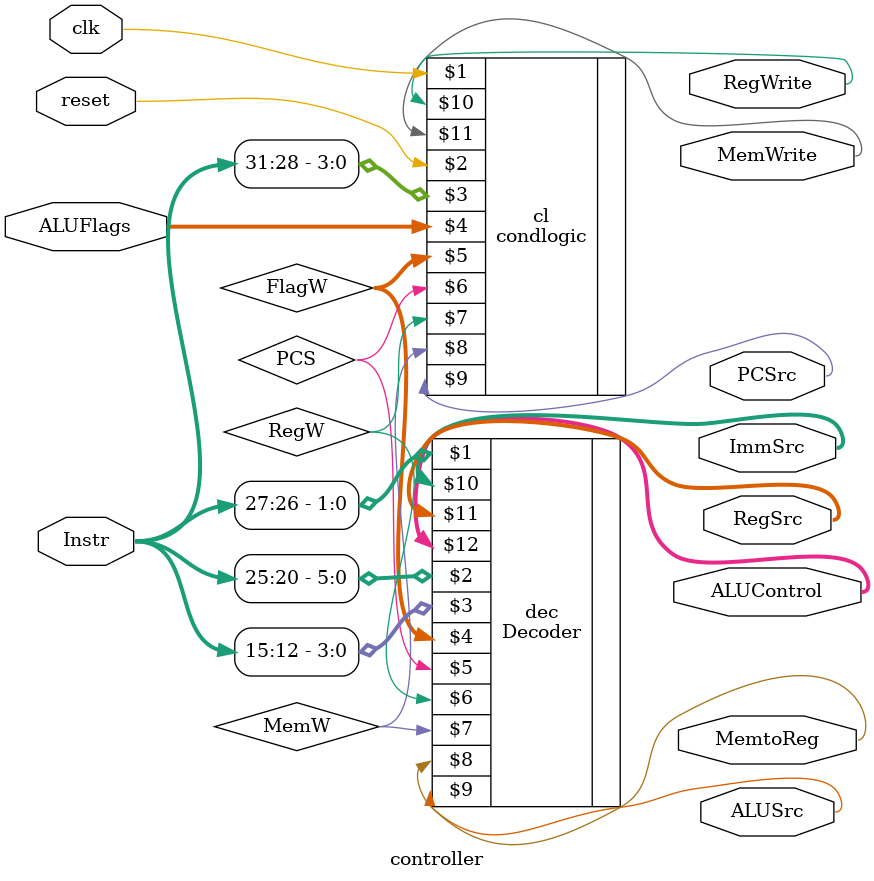
<source format=v>
`include "Decoder.v"
`include "condlogic.v"

module controller(input clk,reset,
                  input [31:12]Instr,
                  input [3:0] ALUFlags,
                  output reg [1:0]RegSrc,
                  output reg RegWrite,
                  output reg [1:0]ImmSrc,
                  output reg ALUSrc,
                  output reg [1:0]ALUControl,
                  output reg MemWrite,MemtoReg,PCSrc);
  
  //internal wirre
  wire [1:0] FlagW;
  wire PCS,RegW,MemW;
  
  //integrate decoder(PC logic + main decode + ALU decoder_  
Decoder dec(Instr[27:26], Instr[25:20], Instr[15:12],
			FlagW, PCS, RegW, MemW,
			MemtoReg, ALUSrc, ImmSrc, RegSrc, ALUControl);

//integrate cond logic block 
condlogic cl(clk, reset, Instr[31:28], ALUFlags,
			FlagW, PCS, RegW, MemW,
			PCSrc, RegWrite, MemWrite);
  
endmodule
  
                  

</source>
